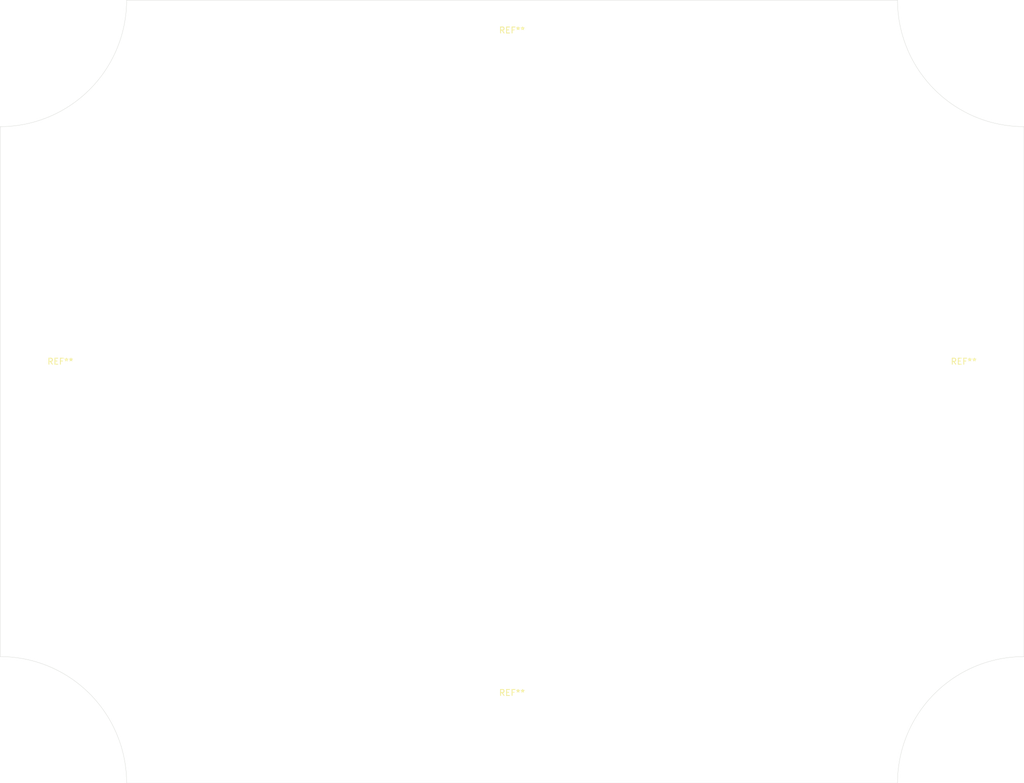
<source format=kicad_pcb>
(kicad_pcb (version 20171130) (host pcbnew 5.1.5+dfsg1-2build2)

  (general
    (thickness 1.6)
    (drawings 8)
    (tracks 0)
    (zones 0)
    (modules 4)
    (nets 1)
  )

  (page A4)
  (title_block
    (title DXN501DG_BACKPLATE)
    (company GALOPAGO)
  )

  (layers
    (0 F.Cu signal)
    (31 B.Cu signal)
    (32 B.Adhes user)
    (33 F.Adhes user)
    (34 B.Paste user)
    (35 F.Paste user)
    (36 B.SilkS user)
    (37 F.SilkS user)
    (38 B.Mask user)
    (39 F.Mask user)
    (40 Dwgs.User user)
    (41 Cmts.User user)
    (42 Eco1.User user)
    (43 Eco2.User user)
    (44 Edge.Cuts user)
    (45 Margin user)
    (46 B.CrtYd user)
    (47 F.CrtYd user)
    (48 B.Fab user)
    (49 F.Fab user)
  )

  (setup
    (last_trace_width 0.25)
    (trace_clearance 0.2)
    (zone_clearance 0.508)
    (zone_45_only no)
    (trace_min 0.2)
    (via_size 0.8)
    (via_drill 0.4)
    (via_min_size 0.4)
    (via_min_drill 0.3)
    (uvia_size 0.3)
    (uvia_drill 0.1)
    (uvias_allowed no)
    (uvia_min_size 0.2)
    (uvia_min_drill 0.1)
    (edge_width 0.05)
    (segment_width 0.2)
    (pcb_text_width 0.3)
    (pcb_text_size 1.5 1.5)
    (mod_edge_width 0.12)
    (mod_text_size 1 1)
    (mod_text_width 0.15)
    (pad_size 1.524 1.524)
    (pad_drill 0.762)
    (pad_to_mask_clearance 0.051)
    (solder_mask_min_width 0.25)
    (aux_axis_origin 0 0)
    (visible_elements FFFFFF7F)
    (pcbplotparams
      (layerselection 0x010fc_ffffffff)
      (usegerberextensions false)
      (usegerberattributes false)
      (usegerberadvancedattributes false)
      (creategerberjobfile false)
      (excludeedgelayer true)
      (linewidth 0.100000)
      (plotframeref false)
      (viasonmask false)
      (mode 1)
      (useauxorigin false)
      (hpglpennumber 1)
      (hpglpenspeed 20)
      (hpglpendiameter 15.000000)
      (psnegative false)
      (psa4output false)
      (plotreference true)
      (plotvalue true)
      (plotinvisibletext false)
      (padsonsilk false)
      (subtractmaskfromsilk false)
      (outputformat 1)
      (mirror false)
      (drillshape 1)
      (scaleselection 1)
      (outputdirectory ""))
  )

  (net 0 "")

  (net_class Default "This is the default net class."
    (clearance 0.2)
    (trace_width 0.25)
    (via_dia 0.8)
    (via_drill 0.4)
    (uvia_dia 0.3)
    (uvia_drill 0.1)
  )

  (module MountingHole:MountingHole_4mm (layer F.Cu) (tedit 56D1B4CB) (tstamp 60E3E90F)
    (at 105 140)
    (descr "Mounting Hole 4mm, no annular")
    (tags "mounting hole 4mm no annular")
    (attr virtual)
    (fp_text reference REF** (at 0 -5) (layer F.SilkS)
      (effects (font (size 1 1) (thickness 0.15)))
    )
    (fp_text value MountingHole_4mm (at 0 5) (layer F.Fab)
      (effects (font (size 1 1) (thickness 0.15)))
    )
    (fp_circle (center 0 0) (end 4.25 0) (layer F.CrtYd) (width 0.05))
    (fp_circle (center 0 0) (end 4 0) (layer Cmts.User) (width 0.15))
    (fp_text user %R (at 0.3 0) (layer F.Fab)
      (effects (font (size 1 1) (thickness 0.15)))
    )
    (pad 1 np_thru_hole circle (at 0 0) (size 4 4) (drill 4) (layers *.Cu *.Mask))
  )

  (module MountingHole:MountingHole_4mm (layer F.Cu) (tedit 56D1B4CB) (tstamp 60E3E8BE)
    (at 105 30)
    (descr "Mounting Hole 4mm, no annular")
    (tags "mounting hole 4mm no annular")
    (attr virtual)
    (fp_text reference REF** (at 0 -5) (layer F.SilkS)
      (effects (font (size 1 1) (thickness 0.15)))
    )
    (fp_text value MountingHole_4mm (at 0 5) (layer F.Fab)
      (effects (font (size 1 1) (thickness 0.15)))
    )
    (fp_circle (center 0 0) (end 4.25 0) (layer F.CrtYd) (width 0.05))
    (fp_circle (center 0 0) (end 4 0) (layer Cmts.User) (width 0.15))
    (fp_text user %R (at 0.3 0) (layer F.Fab)
      (effects (font (size 1 1) (thickness 0.15)))
    )
    (pad 1 np_thru_hole circle (at 0 0) (size 4 4) (drill 4) (layers *.Cu *.Mask))
  )

  (module MountingHole:MountingHole_4mm (layer F.Cu) (tedit 56D1B4CB) (tstamp 60E3E864)
    (at 180 85)
    (descr "Mounting Hole 4mm, no annular")
    (tags "mounting hole 4mm no annular")
    (attr virtual)
    (fp_text reference REF** (at 0 -5) (layer F.SilkS)
      (effects (font (size 1 1) (thickness 0.15)))
    )
    (fp_text value MountingHole_4mm (at 0 5) (layer F.Fab)
      (effects (font (size 1 1) (thickness 0.15)))
    )
    (fp_circle (center 0 0) (end 4.25 0) (layer F.CrtYd) (width 0.05))
    (fp_circle (center 0 0) (end 4 0) (layer Cmts.User) (width 0.15))
    (fp_text user %R (at 0.3 0) (layer F.Fab)
      (effects (font (size 1 1) (thickness 0.15)))
    )
    (pad 1 np_thru_hole circle (at 0 0) (size 4 4) (drill 4) (layers *.Cu *.Mask))
  )

  (module MountingHole:MountingHole_4mm (layer F.Cu) (tedit 56D1B4CB) (tstamp 60E3E7FC)
    (at 30 85)
    (descr "Mounting Hole 4mm, no annular")
    (tags "mounting hole 4mm no annular")
    (attr virtual)
    (fp_text reference REF** (at 0 -5) (layer F.SilkS)
      (effects (font (size 1 1) (thickness 0.15)))
    )
    (fp_text value MountingHole_4mm (at 0 5) (layer F.Fab)
      (effects (font (size 1 1) (thickness 0.15)))
    )
    (fp_circle (center 0 0) (end 4.25 0) (layer F.CrtYd) (width 0.05))
    (fp_circle (center 0 0) (end 4 0) (layer Cmts.User) (width 0.15))
    (fp_text user %R (at 0.3 0) (layer F.Fab)
      (effects (font (size 1 1) (thickness 0.15)))
    )
    (pad 1 np_thru_hole circle (at 0 0) (size 4 4) (drill 4) (layers *.Cu *.Mask))
  )

  (gr_arc (start 190 150) (end 190 129) (angle -90) (layer Edge.Cuts) (width 0.05))
  (gr_arc (start 190 20) (end 169 20) (angle -90) (layer Edge.Cuts) (width 0.05))
  (gr_arc (start 20 150) (end 41 150) (angle -90) (layer Edge.Cuts) (width 0.05))
  (gr_arc (start 20 20) (end 20 41) (angle -90) (layer Edge.Cuts) (width 0.05))
  (gr_line (start 41 150) (end 169 150) (layer Edge.Cuts) (width 0.05))
  (gr_line (start 41 20) (end 169 20) (layer Edge.Cuts) (width 0.05))
  (gr_line (start 190 41) (end 190 129) (layer Edge.Cuts) (width 0.05))
  (gr_line (start 20 41) (end 20 129) (layer Edge.Cuts) (width 0.05))

)

</source>
